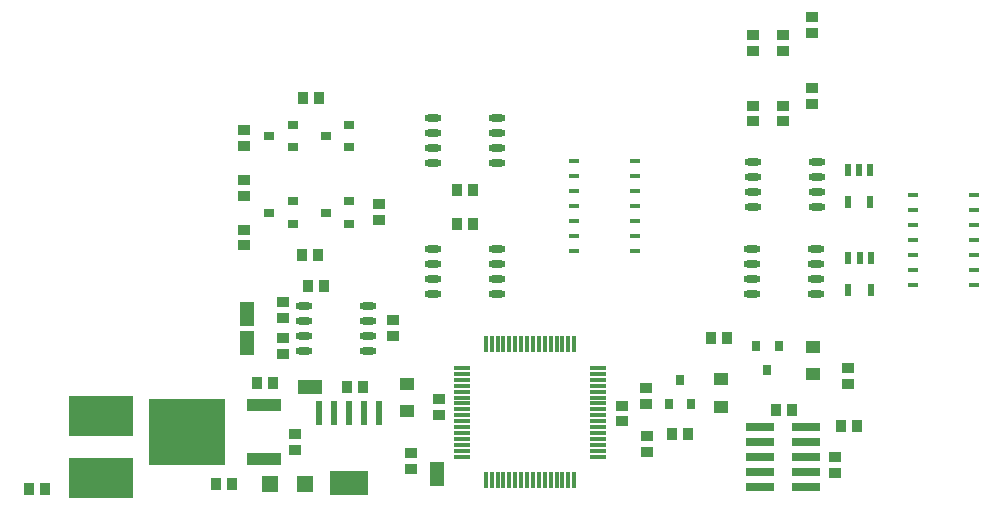
<source format=gtp>
G04*
G04 #@! TF.GenerationSoftware,Altium Limited,Altium Designer,19.0.10 (269)*
G04*
G04 Layer_Color=8421504*
%FSLAX25Y25*%
%MOIN*%
G70*
G01*
G75*
%ADD16R,0.25197X0.21850*%
%ADD17R,0.11811X0.03937*%
%ADD18R,0.03937X0.03543*%
%ADD19R,0.03500X0.01654*%
%ADD20O,0.05709X0.02362*%
%ADD21R,0.03543X0.03937*%
%ADD22R,0.03543X0.03150*%
%ADD23R,0.03150X0.03543*%
%ADD24R,0.05118X0.04331*%
%ADD25R,0.09449X0.02992*%
%ADD26R,0.08071X0.04528*%
%ADD27R,0.04528X0.08071*%
%ADD28R,0.05315X0.01181*%
%ADD29R,0.01181X0.05315*%
%ADD30R,0.02362X0.08268*%
%ADD31R,0.12598X0.08268*%
%ADD32R,0.05315X0.05709*%
%ADD33R,0.21457X0.13780*%
%ADD34R,0.02362X0.03937*%
D16*
X179330Y23819D02*
D03*
D17*
X204724Y14803D02*
D03*
Y32835D02*
D03*
D18*
X377755Y150886D02*
D03*
Y156201D02*
D03*
Y127264D02*
D03*
Y132579D02*
D03*
X387598Y156791D02*
D03*
Y162106D02*
D03*
Y133169D02*
D03*
Y138484D02*
D03*
X367913Y156201D02*
D03*
Y150886D02*
D03*
Y132579D02*
D03*
Y127264D02*
D03*
X198326Y91240D02*
D03*
Y85925D02*
D03*
Y107677D02*
D03*
Y102362D02*
D03*
X198228Y118996D02*
D03*
Y124311D02*
D03*
X253740Y16831D02*
D03*
Y11516D02*
D03*
X247834Y60925D02*
D03*
Y55610D02*
D03*
X211220Y66929D02*
D03*
Y61614D02*
D03*
Y55118D02*
D03*
Y49803D02*
D03*
X395078Y9958D02*
D03*
Y15273D02*
D03*
X332480Y17028D02*
D03*
Y22343D02*
D03*
X332086Y33169D02*
D03*
Y38484D02*
D03*
X399409Y45177D02*
D03*
Y39862D02*
D03*
X324212Y32579D02*
D03*
Y27264D02*
D03*
X263189Y34646D02*
D03*
Y29331D02*
D03*
X215157Y17815D02*
D03*
Y23130D02*
D03*
X243253Y94291D02*
D03*
Y99606D02*
D03*
D19*
X308070Y84008D02*
D03*
Y89008D02*
D03*
Y94008D02*
D03*
Y99008D02*
D03*
Y104008D02*
D03*
Y109008D02*
D03*
Y114008D02*
D03*
X328543Y84008D02*
D03*
Y89008D02*
D03*
Y94008D02*
D03*
Y99008D02*
D03*
Y104008D02*
D03*
Y109008D02*
D03*
Y114008D02*
D03*
X441535Y102795D02*
D03*
Y97795D02*
D03*
Y92795D02*
D03*
Y87795D02*
D03*
Y82795D02*
D03*
Y77795D02*
D03*
Y72795D02*
D03*
X421063Y102795D02*
D03*
Y97795D02*
D03*
Y92795D02*
D03*
Y87795D02*
D03*
Y82795D02*
D03*
Y77795D02*
D03*
Y72795D02*
D03*
D20*
X261122Y113366D02*
D03*
Y118366D02*
D03*
Y123366D02*
D03*
Y128366D02*
D03*
X282578Y113366D02*
D03*
Y118366D02*
D03*
Y123366D02*
D03*
Y128366D02*
D03*
X261122Y69621D02*
D03*
Y74621D02*
D03*
Y79621D02*
D03*
Y84621D02*
D03*
X282578Y69621D02*
D03*
Y74621D02*
D03*
Y79621D02*
D03*
Y84621D02*
D03*
X389271Y113799D02*
D03*
Y108799D02*
D03*
Y103799D02*
D03*
Y98799D02*
D03*
X367814Y113799D02*
D03*
Y108799D02*
D03*
Y103799D02*
D03*
Y98799D02*
D03*
X388878Y84665D02*
D03*
Y79665D02*
D03*
Y74665D02*
D03*
Y69665D02*
D03*
X367421Y84665D02*
D03*
Y79665D02*
D03*
Y74665D02*
D03*
Y69665D02*
D03*
X218208Y50768D02*
D03*
Y55768D02*
D03*
Y60768D02*
D03*
Y65768D02*
D03*
X239665Y50768D02*
D03*
Y55768D02*
D03*
Y60768D02*
D03*
Y65768D02*
D03*
D21*
X269193Y93110D02*
D03*
X274507D02*
D03*
X269193Y104331D02*
D03*
X274507D02*
D03*
X217618Y82677D02*
D03*
X222933D02*
D03*
X359153Y54991D02*
D03*
X353838D02*
D03*
X232578Y38583D02*
D03*
X237893D02*
D03*
X219586Y72441D02*
D03*
X224901D02*
D03*
X207972Y40157D02*
D03*
X202657D02*
D03*
X402460Y25591D02*
D03*
X397145D02*
D03*
X375492Y31102D02*
D03*
X380807D02*
D03*
X346161Y23071D02*
D03*
X340846D02*
D03*
X188976Y6299D02*
D03*
X194291D02*
D03*
X126574Y4724D02*
D03*
X131889D02*
D03*
X223228Y135039D02*
D03*
X217913D02*
D03*
D22*
X233267Y100591D02*
D03*
Y93110D02*
D03*
X225393Y96850D02*
D03*
X214370Y100591D02*
D03*
Y93110D02*
D03*
X206496Y96850D02*
D03*
X233267Y126181D02*
D03*
Y118701D02*
D03*
X225393Y122441D02*
D03*
X214370Y126181D02*
D03*
Y118701D02*
D03*
X206496Y122441D02*
D03*
D23*
X368897Y52362D02*
D03*
X376378D02*
D03*
X372637Y44488D02*
D03*
X343503Y40945D02*
D03*
X339763Y33071D02*
D03*
X347244D02*
D03*
D24*
X387992Y52165D02*
D03*
Y43110D02*
D03*
X252559Y39764D02*
D03*
Y30709D02*
D03*
X357283Y32228D02*
D03*
Y41283D02*
D03*
D25*
X385433Y25354D02*
D03*
X370078D02*
D03*
X385433Y20354D02*
D03*
X370078D02*
D03*
X385433Y15354D02*
D03*
X370078D02*
D03*
X385433Y10354D02*
D03*
X370078D02*
D03*
X385433Y5354D02*
D03*
X370078D02*
D03*
D26*
X220275Y38583D02*
D03*
D27*
X199015Y62992D02*
D03*
Y53543D02*
D03*
X262401Y9843D02*
D03*
D28*
X270866Y15551D02*
D03*
Y17520D02*
D03*
Y19488D02*
D03*
Y21457D02*
D03*
Y23425D02*
D03*
Y25394D02*
D03*
Y27362D02*
D03*
Y29331D02*
D03*
Y31299D02*
D03*
Y33268D02*
D03*
Y35236D02*
D03*
Y37205D02*
D03*
Y39173D02*
D03*
Y41142D02*
D03*
Y43110D02*
D03*
Y45079D02*
D03*
X316141D02*
D03*
Y43110D02*
D03*
Y41142D02*
D03*
Y39173D02*
D03*
Y37205D02*
D03*
Y35236D02*
D03*
Y33268D02*
D03*
Y31299D02*
D03*
Y29331D02*
D03*
Y27362D02*
D03*
Y25394D02*
D03*
Y23425D02*
D03*
Y21457D02*
D03*
Y19488D02*
D03*
Y17520D02*
D03*
Y15551D02*
D03*
D29*
X278740Y52953D02*
D03*
X280708D02*
D03*
X282677D02*
D03*
X284645D02*
D03*
X286614D02*
D03*
X288582D02*
D03*
X290551D02*
D03*
X292519D02*
D03*
X294488D02*
D03*
X296456D02*
D03*
X298425D02*
D03*
X300393D02*
D03*
X302362D02*
D03*
X304330D02*
D03*
X306299D02*
D03*
X308267D02*
D03*
Y7677D02*
D03*
X306299D02*
D03*
X304330D02*
D03*
X302362D02*
D03*
X300393D02*
D03*
X298425D02*
D03*
X296456D02*
D03*
X294488D02*
D03*
X292519D02*
D03*
X290551D02*
D03*
X288582D02*
D03*
X286614D02*
D03*
X284645D02*
D03*
X282677D02*
D03*
X280708D02*
D03*
X278740D02*
D03*
D30*
X223169Y30020D02*
D03*
X228169D02*
D03*
X233169D02*
D03*
X238169D02*
D03*
X243169D02*
D03*
D31*
X233169Y6594D02*
D03*
D32*
X218405Y6299D02*
D03*
X206791D02*
D03*
D33*
X150590Y8366D02*
D03*
Y29035D02*
D03*
D34*
X399409Y111221D02*
D03*
X403149D02*
D03*
X406889D02*
D03*
Y100394D02*
D03*
X399409D02*
D03*
X399606Y81791D02*
D03*
X403346D02*
D03*
X407086D02*
D03*
Y70965D02*
D03*
X399606D02*
D03*
M02*

</source>
